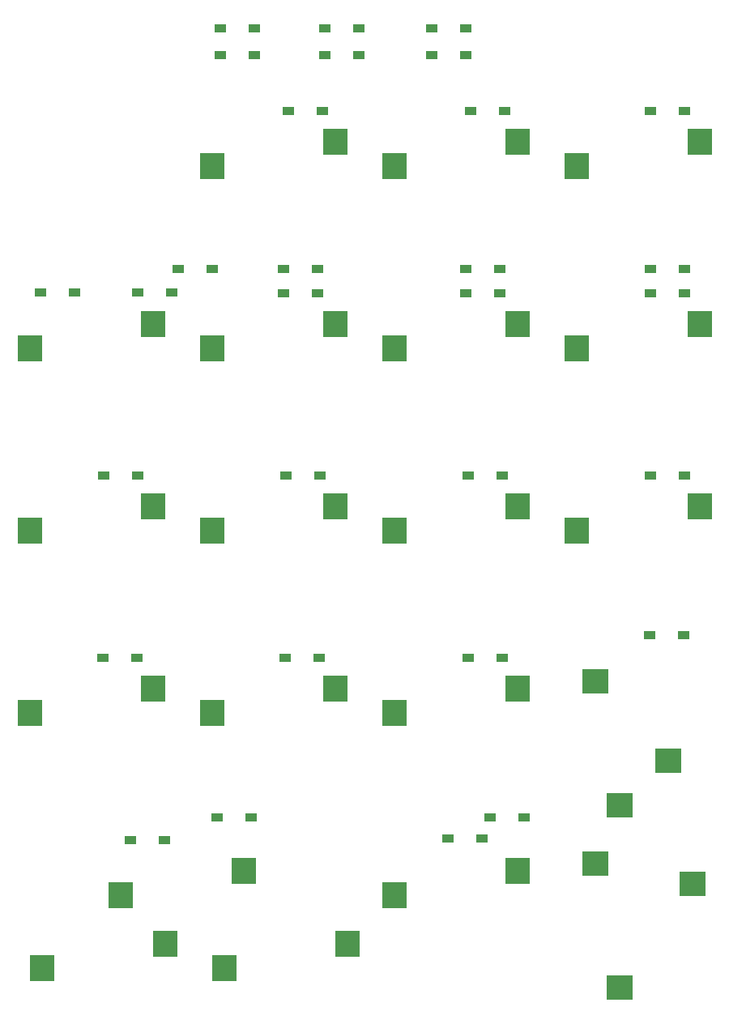
<source format=gbp>
G04 #@! TF.GenerationSoftware,KiCad,Pcbnew,(5.1.5-0-10_14)*
G04 #@! TF.CreationDate,2020-05-14T06:03:15+09:00*
G04 #@! TF.ProjectId,Colice,436f6c69-6365-42e6-9b69-6361645f7063,rev?*
G04 #@! TF.SameCoordinates,Original*
G04 #@! TF.FileFunction,Paste,Bot*
G04 #@! TF.FilePolarity,Positive*
%FSLAX46Y46*%
G04 Gerber Fmt 4.6, Leading zero omitted, Abs format (unit mm)*
G04 Created by KiCad (PCBNEW (5.1.5-0-10_14)) date 2020-05-14 06:03:15*
%MOMM*%
%LPD*%
G04 APERTURE LIST*
%ADD10R,1.300000X0.950000*%
%ADD11R,2.550000X2.800000*%
%ADD12R,2.800000X2.550000*%
G04 APERTURE END LIST*
D10*
X87500000Y-120253630D03*
X83950000Y-120253630D03*
D11*
X115352500Y-106839220D03*
X102452500Y-109379220D03*
D10*
X129193750Y-101203550D03*
X132743750Y-101203550D03*
D11*
X102452500Y-52228980D03*
X115352500Y-49688980D03*
X102452500Y-71279060D03*
X115352500Y-68739060D03*
X102452500Y-90329140D03*
X115352500Y-87789140D03*
D12*
X131127500Y-114359260D03*
X133667500Y-127259260D03*
D10*
X91093750Y-103584810D03*
X94643750Y-103584810D03*
X110493000Y-46482000D03*
X114043000Y-46482000D03*
X109985000Y-65532000D03*
X113535000Y-65532000D03*
D11*
X115352500Y-125889300D03*
X102452500Y-128429300D03*
D10*
X108080000Y-122504200D03*
X111630000Y-122504200D03*
X69085000Y-65405000D03*
X65535000Y-65405000D03*
X75695000Y-65405000D03*
X79245000Y-65405000D03*
X75689000Y-84582000D03*
X72139000Y-84582000D03*
X75593750Y-103584810D03*
X72043750Y-103584810D03*
X74891601Y-122640115D03*
X78441601Y-122640115D03*
X94485000Y-62992000D03*
X90935000Y-62992000D03*
X91443000Y-46482000D03*
X94993000Y-46482000D03*
X94485000Y-65532000D03*
X90935000Y-65532000D03*
X94739000Y-84582000D03*
X91189000Y-84582000D03*
X113535000Y-62992000D03*
X109985000Y-62992000D03*
X110239000Y-84582000D03*
X113789000Y-84582000D03*
X110239000Y-103632000D03*
X113789000Y-103632000D03*
X132839000Y-62992000D03*
X129289000Y-62992000D03*
X129289000Y-46482000D03*
X132839000Y-46482000D03*
X129289000Y-65532000D03*
X132839000Y-65532000D03*
X129289000Y-84582000D03*
X132839000Y-84582000D03*
D11*
X77252500Y-68739060D03*
X64352500Y-71279060D03*
X77252500Y-87789140D03*
X64352500Y-90329140D03*
X77252500Y-106839220D03*
X64352500Y-109379220D03*
X73877500Y-128429300D03*
X86777500Y-125889300D03*
X83402500Y-52228980D03*
X96302500Y-49688980D03*
X96302500Y-68739060D03*
X83402500Y-71279060D03*
X83402500Y-90329140D03*
X96302500Y-87789140D03*
X83402500Y-109379220D03*
X96302500Y-106839220D03*
X121502500Y-52228980D03*
X134402500Y-49688980D03*
X134402500Y-68739060D03*
X121502500Y-71279060D03*
X121502500Y-90329140D03*
X134402500Y-87789140D03*
D10*
X112525000Y-120253630D03*
X116075000Y-120253630D03*
D11*
X97572500Y-133509300D03*
X84672500Y-136049300D03*
D12*
X123507500Y-125154300D03*
X126047500Y-138054300D03*
D11*
X78522500Y-133509300D03*
X65622500Y-136049300D03*
D12*
X123507500Y-106104220D03*
X126047500Y-119004220D03*
D10*
X83439000Y-62992000D03*
X79889000Y-62992000D03*
X106429000Y-40640000D03*
X109979000Y-40640000D03*
X87881000Y-37846000D03*
X84331000Y-37846000D03*
X84331000Y-40640000D03*
X87881000Y-40640000D03*
X98803000Y-37846000D03*
X95253000Y-37846000D03*
X95253000Y-40640000D03*
X98803000Y-40640000D03*
X109979000Y-37846000D03*
X106429000Y-37846000D03*
M02*

</source>
